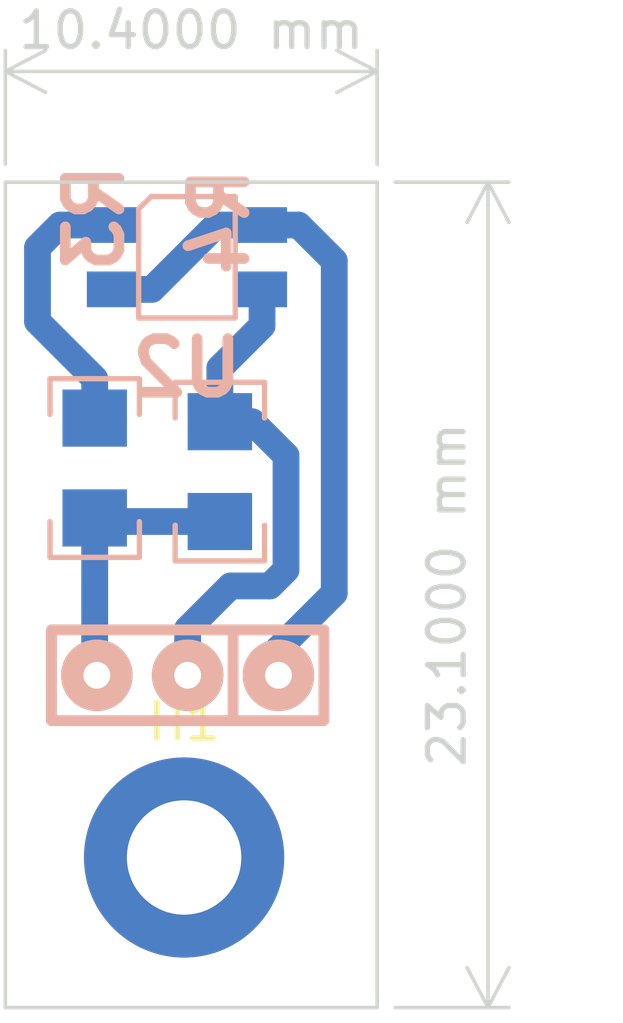
<source format=kicad_pcb>
(kicad_pcb (version 20211014) (generator pcbnew)
  (layers (0 "F.Cu" signal) (31 "B.Cu" signal) (34 "B.Paste" user) (35 "F.Paste" user) (36 "B.SilkS" user "B.Silkscreen") (37 "F.SilkS" user "F.Silkscreen") (38 "B.Mask" user) (39 "F.Mask" user) (44 "Edge.Cuts" user))
  (net 0 "")
  (net 1 "GND")
  (net 2 "VCC")
  (net 3 "Net-(J2-Pad2)")
  (net 4 "Net-(R3-Pad2)")
  (footprint "MountingHole:MountingHole_3.2mm_M3_DIN965_Pad" (layer "F.Cu") (at 106.6 80.3)
    (fp_text reference "H1" (at 0 -3.8) (layer "F.SilkS"))
    (fp_text value "MountingHole")
    (pad "1" thru_hole circle (at 0 0) (size 5.6 5.6) (drill 3.2) (layers *.Cu *.Mask))
  )
  (footprint "EESTN5:Pin_Strip_3" (layer "B.Cu") (at 106.7 75.2 180)
    (fp_text reference "J2" hide)
    (fp_text value "TB_1X3" hide)
    (fp_line (start -1.27 1.27) (end -1.27 -1.27) (layer "B.SilkS") (width 0.3048))
    (fp_line (start -3.81 1.27) (end -3.81 -1.27) (layer "B.SilkS") (width 0.3048))
    (fp_line (start 3.81 1.27) (end 3.81 -1.27) (layer "B.SilkS") (width 0.3048))
    (fp_line (start -3.81 1.27) (end 3.81 1.27) (layer "B.SilkS") (width 0.3048))
    (fp_line (start 3.81 -1.27) (end -3.81 -1.27) (layer "B.SilkS") (width 0.3048))
    (pad "1" thru_hole circle locked (at -2.54 0 180) (size 2 2) (drill 0.75) (layers *.Cu *.Mask "B.SilkS") (net 1 "GND"))
    (pad "2" thru_hole oval locked (at 0 0 180) (size 2 2) (drill 0.75) (layers *.Cu *.Mask "B.SilkS") (net 3 "Net-(J2-Pad2)"))
    (pad "3" thru_hole oval locked (at 2.54 0 180) (size 2 2) (drill 0.75) (layers *.Cu *.Mask "B.SilkS") (net 2 "VCC"))
  )
  (footprint "EESTN5:R_1206" (layer "B.Cu") (at 104.1 69.4 -90)
    (fp_text reference "R3" (at -7 0 90) (layer "B.SilkS") (effects (font (size 1.5 1.5) (thickness 0.3)) (justify mirror)))
    (fp_text value "120" hide)
    (fp_line (start -2.5 1.25) (end -2.5 -1.25) (layer "B.SilkS") (width 0.15))
    (fp_line (start 2.5 -1.25) (end 2.5 1.25) (layer "B.SilkS") (width 0.15))
    (fp_line (start 1.5 -1.25) (end 2.5 -1.25) (layer "B.SilkS") (width 0.15))
    (fp_line (start 1.5 1.25) (end 2.5 1.25) (layer "B.SilkS") (width 0.15))
    (fp_line (start -2.5 -1.25) (end -1.5 -1.25) (layer "B.SilkS") (width 0.15))
    (fp_line (start -1.5 1.25) (end -2.5 1.25) (layer "B.SilkS") (width 0.15))
    (pad "1" smd rect locked (at 1.397 0 270) (size 1.6002 1.8034) (layers "B.Cu" "B.Paste" "B.Mask") (net 2 "VCC"))
    (pad "2" smd rect locked (at -1.397 0 270) (size 1.6002 1.8034) (layers "B.Cu" "B.Paste" "B.Mask") (net 4 "Net-(R3-Pad2)"))
  )
  (footprint "EESTN5:R_1206" (layer "B.Cu") (at 107.6 69.5 -90)
    (fp_text reference "R4" (at -7 0 90) (layer "B.SilkS") (effects (font (size 1.5 1.5) (thickness 0.3)) (justify mirror)))
    (fp_text value "10k" hide)
    (fp_line (start 1.5 1.25) (end 2.5 1.25) (layer "B.SilkS") (width 0.15))
    (fp_line (start 1.5 -1.25) (end 2.5 -1.25) (layer "B.SilkS") (width 0.15))
    (fp_line (start -2.5 -1.25) (end -1.5 -1.25) (layer "B.SilkS") (width 0.15))
    (fp_line (start -2.5 1.25) (end -2.5 -1.25) (layer "B.SilkS") (width 0.15))
    (fp_line (start 2.5 -1.25) (end 2.5 1.25) (layer "B.SilkS") (width 0.15))
    (fp_line (start -1.5 1.25) (end -2.5 1.25) (layer "B.SilkS") (width 0.15))
    (pad "1" smd rect locked (at 1.397 0 270) (size 1.6002 1.8034) (layers "B.Cu" "B.Paste" "B.Mask") (net 2 "VCC"))
    (pad "2" smd rect locked (at -1.397 0 270) (size 1.6002 1.8034) (layers "B.Cu" "B.Paste" "B.Mask") (net 3 "Net-(J2-Pad2)"))
  )
  (footprint "EESTN5:QRE1113GR" (layer "B.Cu") (at 106.68 63.5 180)
    (fp_text reference "U2" (at 0 -3.1) (layer "B.SilkS") (effects (font (size 1.5 1.5) (thickness 0.3)) (justify mirror)))
    (fp_text value "QRE1113" hide)
    (fp_line (start 1 1.7) (end 1.35 1.35) (layer "B.SilkS") (width 0.15))
    (fp_line (start -1.35 -1.7) (end -1.35 1.7) (layer "B.SilkS") (width 0.15))
    (fp_line (start -1.35 1.7) (end 1 1.7) (layer "B.SilkS") (width 0.15))
    (fp_line (start 1.35 1.35) (end 1.35 -1.7) (layer "B.SilkS") (width 0.15))
    (fp_line (start 1.35 -1.7) (end -1.35 -1.7) (layer "B.SilkS") (width 0.15))
    (pad "1" smd rect locked (at 2.1 0.9 180) (size 1.4 1) (layers "B.Cu" "B.Paste" "B.Mask") (net 4 "Net-(R3-Pad2)"))
    (pad "2" smd rect locked (at -2.1 0.9 180) (size 1.4 1) (layers "B.Cu" "B.Paste" "B.Mask") (net 1 "GND"))
    (pad "3" smd rect locked (at -2.1 -0.9 180) (size 1.4 1) (layers "B.Cu" "B.Paste" "B.Mask") (net 3 "Net-(J2-Pad2)"))
    (pad "4" smd rect locked (at 2.1 -0.9 180) (size 1.4 1) (layers "B.Cu" "B.Paste" "B.Mask") (net 1 "GND"))
  )
  (gr_line (start 112 84.5) (end 101.6 84.5) (layer "Edge.Cuts") (width 0.1))
  (gr_line (start 112 61.4) (end 112 84.5) (layer "Edge.Cuts") (width 0.1))
  (gr_line locked (start 101.6 84.5) (end 101.6 61.4) (layer "Edge.Cuts") (width 0.1))
  (gr_line (start 101.6 61.4) (end 112 61.4) (layer "Edge.Cuts") (width 0.1))
  (dimension (type aligned) (layer "Edge.Cuts") (pts (xy 101.6 61.4) (xy 112 61.4)) (height -3.1) (gr_text "10,4000 mm" (at 106.8 57.15) (layer "Edge.Cuts") (effects (font (size 1 1) (thickness 0.15)))) (format (units 3) (units_format 1) (precision 4)) (style (thickness 0.1) (arrow_length 1.27) (text_position_mode 0) (extension_height 0.58642) (extension_offset 0.5) keep_text_aligned))
  (dimension (type aligned) (layer "Edge.Cuts") (pts (xy 112 84.5) (xy 112 61.4)) (height 3.1) (gr_text "23,1000 mm" (at 113.95 72.95 90) (layer "Edge.Cuts") (effects (font (size 1 1) (thickness 0.15)))) (format (units 3) (units_format 1) (precision 4)) (style (thickness 0.1) (arrow_length 1.27) (text_position_mode 0) (extension_height 0.58642) (extension_offset 0.5) keep_text_aligned))
  (segment (start 107.5 62.6) (end 105.7 64.4) (width 0.75) (layer "B.Cu") (net 1))
  (segment (start 110.8 63.6) (end 109.8 62.6) (width 0.75) (layer "B.Cu") (net 1))
  (segment (start 109.8 62.6) (end 108.78 62.6) (width 0.75) (layer "B.Cu") (net 1))
  (segment (start 105.7 64.4) (end 104.58 64.4) (width 0.75) (layer "B.Cu") (net 1))
  (segment (start 108.78 62.6) (end 107.5 62.6) (width 0.75) (layer "B.Cu") (net 1))
  (segment (start 109.24 74.46) (end 110.8 72.9) (width 0.75) (layer "B.Cu") (net 1))
  (segment (start 109.24 75.2) (end 109.24 74.46) (width 0.75) (layer "B.Cu") (net 1))
  (segment (start 110.8 72.9) (end 110.8 63.6) (width 0.75) (layer "B.Cu") (net 1))
  (segment (start 104.1 70.797) (end 104.1 75.14) (width 0.75) (layer "B.Cu") (net 2))
  (segment (start 104.1 75.14) (end 104.16 75.2) (width 0.75) (layer "B.Cu") (net 2))
  (segment (start 107.6 70.897) (end 104.2 70.897) (width 0.75) (layer "B.Cu") (net 2))
  (segment (start 104.2 70.897) (end 104.1 70.797) (width 0.75) (layer "B.Cu") (net 2))
  (segment (start 106.7 73.9) (end 107.9 72.7) (width 0.75) (layer "B.Cu") (net 3))
  (segment (start 108.503 68.103) (end 107.6 68.103) (width 0.75) (layer "B.Cu") (net 3))
  (segment (start 108.78 65.42) (end 107.6 66.6) (width 0.75) (layer "B.Cu") (net 3))
  (segment (start 109 72.7) (end 109.45 72.25) (width 0.75) (layer "B.Cu") (net 3))
  (segment (start 109.45 72.25) (end 109.45 69.05) (width 0.75) (layer "B.Cu") (net 3))
  (segment (start 107.9 72.7) (end 109 72.7) (width 0.75) (layer "B.Cu") (net 3))
  (segment (start 107.6 66.6) (end 107.6 68.103) (width 0.75) (layer "B.Cu") (net 3))
  (segment (start 108.78 64.4) (end 108.78 65.42) (width 0.75) (layer "B.Cu") (net 3))
  (segment (start 106.7 75.2) (end 106.7 73.9) (width 0.75) (layer "B.Cu") (net 3))
  (segment (start 109.45 69.05) (end 108.503 68.103) (width 0.75) (layer "B.Cu") (net 3))
  (segment (start 102.5 63.23) (end 103.13 62.6) (width 0.75) (layer "B.Cu") (net 4))
  (segment (start 104.1 68.003) (end 104.1 66.9) (width 0.75) (layer "B.Cu") (net 4))
  (segment (start 103.13 62.6) (end 104.58 62.6) (width 0.75) (layer "B.Cu") (net 4))
  (segment (start 104.1 66.9) (end 102.5 65.3) (width 0.75) (layer "B.Cu") (net 4))
  (segment (start 102.5 65.3) (end 102.5 63.23) (width 0.75) (layer "B.Cu") (net 4))
)
</source>
